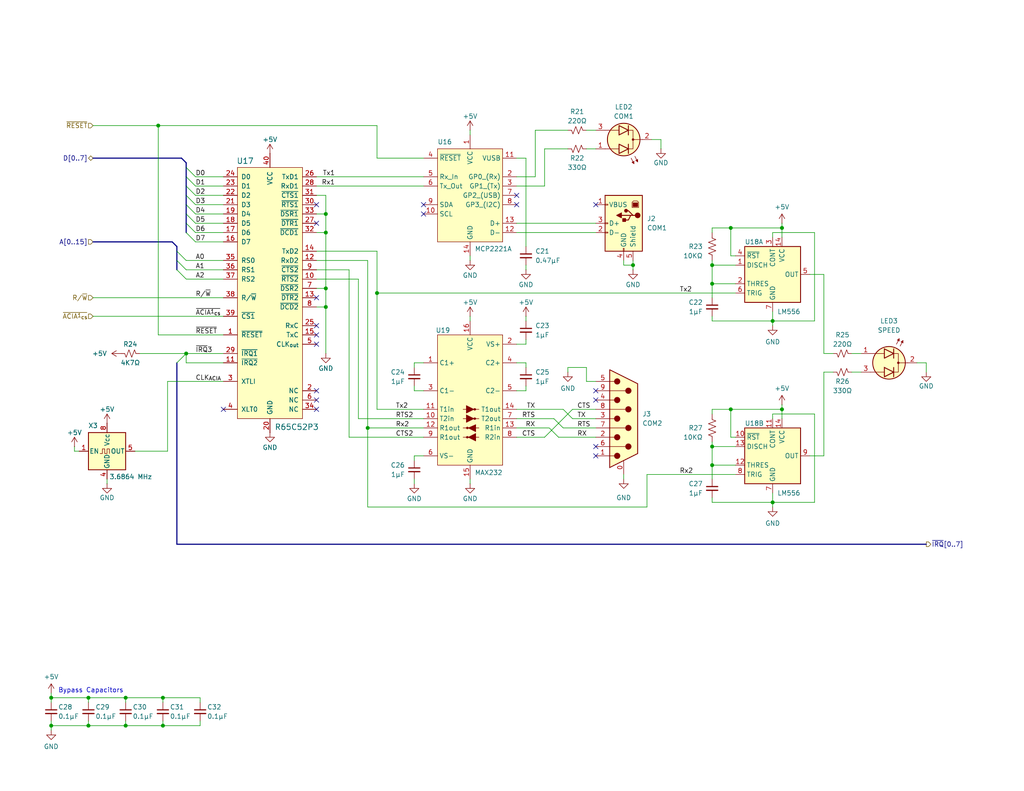
<source format=kicad_sch>
(kicad_sch (version 20250114) (generator "eeschema") (generator_version "9.0")
  (paper "USLetter")
  (title_block (date "2026-02-28") (rev "2.1") (company "MicroHobbyist") (comment 1 "Frédéric Segard"))
  (lib_symbols
    (symbol "Connector:DE9_Pins_MountingHoles" (pin_names (offset 1.016) (hide yes))
      (property "Reference" "J" (at 0 16.51 0))
      (property "Value" "DE9_Pins_MountingHoles" (at 0 14.605 0))
      (symbol "DE9_Pins_MountingHoles_0_1"
        (polyline (pts (xy -3.81 10.16) (xy -2.54 10.16)))
        (polyline (pts (xy -3.81 7.62) (xy 0.508 7.62)))
        (polyline (pts (xy -3.81 5.08) (xy -2.54 5.08)))
        (polyline (pts (xy -3.81 2.54) (xy 0.508 2.54)))
        (polyline (pts (xy -3.81 0) (xy -2.54 0)))
        (polyline (pts (xy -3.81 -2.54) (xy 0.508 -2.54)))
        (polyline (pts (xy -3.81 -5.08) (xy -2.54 -5.08)))
        (polyline (pts (xy -3.81 -7.62) (xy 0.508 -7.62)))
        (polyline (pts (xy -3.81 -10.16) (xy -2.54 -10.16)))
        (polyline (pts (xy -3.81 -13.335) (xy -3.81 13.335) (xy 3.81 9.525) (xy 3.81 -9.525) (xy -3.81 -13.335)) (stroke (width 0.254)) (fill (type background)))
        (circle (center -1.778 10.16) (radius 0.762) (fill (type outline)))
        (circle (center -1.778 5.08) (radius 0.762) (fill (type outline)))
        (circle (center -1.778 0) (radius 0.762) (fill (type outline)))
        (circle (center -1.778 -5.08) (radius 0.762) (fill (type outline)))
        (circle (center -1.778 -10.16) (radius 0.762) (fill (type outline)))
        (circle (center 1.27 7.62) (radius 0.762) (fill (type outline)))
        (circle (center 1.27 2.54) (radius 0.762) (fill (type outline)))
        (circle (center 1.27 -2.54) (radius 0.762) (fill (type outline)))
        (circle (center 1.27 -7.62) (radius 0.762) (fill (type outline)))
      )
      (symbol "DE9_Pins_MountingHoles_1_1"
        (pin passive line (at -7.62 10.16 0) (length 3.81) (name "5") (number "5"))
        (pin passive line (at -7.62 7.62 0) (length 3.81) (name "9") (number "9"))
        (pin passive line (at -7.62 5.08 0) (length 3.81) (name "4") (number "4"))
        (pin passive line (at -7.62 2.54 0) (length 3.81) (name "8") (number "8"))
        (pin passive line (at -7.62 0 0) (length 3.81) (name "3") (number "3"))
        (pin passive line (at -7.62 -2.54 0) (length 3.81) (name "7") (number "7"))
        (pin passive line (at -7.62 -5.08 0) (length 3.81) (name "2") (number "2"))
        (pin passive line (at -7.62 -7.62 0) (length 3.81) (name "6") (number "6"))
        (pin passive line (at -7.62 -10.16 0) (length 3.81) (name "1") (number "1"))
        (pin passive line (at 0 -15.24 90) (length 3.81) (name "PAD") (number "0"))
      )
    )
    (symbol "Connector:USB_B" (pin_names (offset 1.016))
      (property "Reference" "J" (at -5.08 11.43 0))
      (property "Value" "USB_B" (at -5.08 8.89 0))
      (symbol "USB_B_0_1"
        (rectangle (start -5.08 -7.62) (end 5.08 7.62) (stroke (width 0.254)) (fill (type background)))
        (polyline (pts (xy -4.064 4.318) (xy -2.286 4.318) (xy -2.286 5.715) (xy -2.667 6.096) (xy -3.683 6.096) (xy -4.064 5.715) (xy -4.064 4.318)))
        (rectangle (start -3.81 5.588) (end -2.54 4.572) (fill (type outline)))
        (circle (center -3.81 2.159) (radius 0.635) (stroke (width 0.254)) (fill (type outline)))
        (polyline (pts (xy -3.175 2.159) (xy -2.54 2.159) (xy -1.27 3.429) (xy -0.635 3.429)) (stroke (width 0.254)))
        (polyline (pts (xy -2.54 2.159) (xy -1.905 2.159) (xy -1.27 0.889) (xy 0 0.889)) (stroke (width 0.254)))
        (polyline (pts (xy -1.905 2.159) (xy 0.635 2.159)) (stroke (width 0.254)))
        (circle (center -0.635 3.429) (radius 0.381) (stroke (width 0.254)) (fill (type outline)))
        (rectangle (start -0.127 -7.62) (end 0.127 -6.858))
        (rectangle (start 0.254 1.27) (end -0.508 0.508) (stroke (width 0.254)) (fill (type outline)))
        (polyline (pts (xy 0.635 2.794) (xy 0.635 1.524) (xy 1.905 2.159) (xy 0.635 2.794)) (stroke (width 0.254)) (fill (type outline)))
        (rectangle (start 5.08 4.953) (end 4.318 5.207))
        (rectangle (start 5.08 -0.127) (end 4.318 0.127))
        (rectangle (start 5.08 -2.667) (end 4.318 -2.413))
      )
      (symbol "USB_B_1_1"
        (pin passive line (at -2.54 -10.16 90) (length 2.54) (name "Shield") (number "5"))
        (pin power_out line (at 0 -10.16 90) (length 2.54) (name "GND") (number "4"))
        (pin power_out line (at 7.62 5.08 180) (length 2.54) (name "VBUS") (number "1"))
        (pin bidirectional line (at 7.62 0 180) (length 2.54) (name "D+") (number "3"))
        (pin bidirectional line (at 7.62 -2.54 180) (length 2.54) (name "D-") (number "2"))
      )
    )
    (symbol "Device:C_Small" (pin_numbers (hide yes)) (pin_names (offset 0.254) (hide yes))
      (property "Reference" "C" (at 0.254 1.778 0))
      (property "Value" "C_Small" (at 0.254 -2.032 0))
      (symbol "C_Small_0_1"
        (polyline (pts (xy -1.524 0.508) (xy 1.524 0.508)) (stroke (width 0.3048)))
        (polyline (pts (xy -1.524 -0.508) (xy 1.524 -0.508)) (stroke (width 0.3302)))
      )
      (symbol "C_Small_1_1"
        (pin passive line (at 0 2.54 270) (length 2.032) (name "~") (number "1"))
        (pin passive line (at 0 -2.54 90) (length 2.032) (name "~") (number "2"))
      )
    )
    (symbol "Device:R_Small_US" (pin_numbers (hide yes)) (pin_names (offset 0.254) (hide yes))
      (property "Reference" "R" (at 0.762 0.508 0))
      (property "Value" "R_Small_US" (at 0.762 -1.016 0))
      (symbol "R_Small_US_1_1"
        (polyline (pts (xy 0 1.524) (xy 1.016 1.143) (xy 0 0.762) (xy -1.016 0.381) (xy 0 0)))
        (polyline (pts (xy 0 0) (xy 1.016 -0.381) (xy 0 -0.762) (xy -1.016 -1.143) (xy 0 -1.524)))
        (pin passive line (at 0 2.54 270) (length 1.016) (name "~") (number "1"))
        (pin passive line (at 0 -2.54 90) (length 1.016) (name "~") (number "2"))
      )
    )
    (symbol "Device:R_US" (pin_numbers (hide yes)) (pin_names (offset 0))
      (property "Reference" "R" (at 2.54 0 90))
      (property "Value" "R_US" (at -2.54 0 90))
      (symbol "R_US_0_1"
        (polyline (pts (xy 0 2.286) (xy 0 2.54)))
        (polyline (pts (xy 0 2.286) (xy 1.016 1.905) (xy 0 1.524) (xy -1.016 1.143) (xy 0 0.762)))
        (polyline (pts (xy 0 0.762) (xy 1.016 0.381) (xy 0 0) (xy -1.016 -0.381) (xy 0 -0.762)))
        (polyline (pts (xy 0 -0.762) (xy 1.016 -1.143) (xy 0 -1.524) (xy -1.016 -1.905) (xy 0 -2.286)))
        (polyline (pts (xy 0 -2.286) (xy 0 -2.54)))
      )
      (symbol "R_US_1_1"
        (pin passive line (at 0 3.81 270) (length 1.27) (name "~") (number "1"))
        (pin passive line (at 0 -3.81 90) (length 1.27) (name "~") (number "2"))
      )
    )
    (symbol "LM556_2"
      (property "Reference" "U" (at -10.16 8.89 0))
      (property "Value" "LM556" (at -10.16 -8.89 0))
      (symbol "LM556_2_0_0"
        (pin power_in line (at 0 -10.16 90) (length 2.54) (name "GND") (number "7"))
        (pin power_in line (at 2.54 10.16 270) (length 2.54) (name "VCC") (number "14"))
      )
      (symbol "LM556_2_0_1"
        (rectangle (start -7.62 7.62) (end 7.62 -7.62) (stroke (width 0.254)) (fill (type background)))
      )
      (symbol "LM556_2_1_1"
        (pin input line (at -10.16 5.08 0) (length 2.54) (name "~{RST}") (number "4"))
        (pin input line (at -10.16 2.54 0) (length 2.54) (name "DISCH") (number "1"))
        (pin input line (at -10.16 -2.54 0) (length 2.54) (name "THRES") (number "2"))
        (pin input line (at -10.16 -5.08 0) (length 2.54) (name "TRIG") (number "6"))
        (pin input line (at 0 10.16 270) (length 2.54) (name "CONT") (number "3"))
        (pin output line (at 10.16 0 180) (length 2.54) (name "OUT") (number "5"))
      )
      (symbol "LM556_2_2_1"
        (pin input line (at -10.16 5.08 0) (length 2.54) (name "~{RST}") (number "10"))
        (pin input line (at -10.16 2.54 0) (length 2.54) (name "DISCH") (number "13"))
        (pin input line (at -10.16 -2.54 0) (length 2.54) (name "THRES") (number "12"))
        (pin input line (at -10.16 -5.08 0) (length 2.54) (name "TRIG") (number "8"))
        (pin input line (at 0 10.16 270) (length 2.54) (name "CONT") (number "11"))
        (pin output line (at 10.16 0 180) (length 2.54) (name "OUT") (number "9"))
      )
    )
    (symbol "MicroHobbyist:MAX232"
      (property "Reference" "U" (at -9.398 0 0))
      (property "Value" "MAX232" (at 1.27 -38.862 0))
      (symbol "MAX232_0_1"
        (rectangle (start -8.89 -1.27) (end 8.89 -36.83) (stroke (width 0.1524)) (fill (type background)))
        (polyline (pts (xy -1.016 -20.574) (xy -1.016 -22.606) (xy 1.016 -21.59) (xy -1.016 -20.574)) (stroke (width 0.1524)) (fill (type outline)))
        (polyline (pts (xy -1.016 -21.59) (xy -1.905 -21.59)) (stroke (width 0.1524)))
        (polyline (pts (xy -1.016 -23.114) (xy 1.016 -24.13) (xy -1.016 -25.146) (xy -1.016 -23.114)) (stroke (width 0.1524)) (fill (type outline)))
        (polyline (pts (xy -1.016 -24.13) (xy -1.905 -24.13)) (stroke (width 0.1524)))
        (circle (center -0.762 -26.67) (radius 0.254) (stroke (width 0.1524)) (fill (type outline)))
        (circle (center -0.762 -29.21) (radius 0.254) (stroke (width 0.1524)) (fill (type outline)))
        (polyline (pts (xy -0.508 -26.67) (xy -1.905 -26.67)) (stroke (width 0.1524)))
        (polyline (pts (xy -0.508 -29.21) (xy -1.905 -29.21)) (stroke (width 0.1524)))
        (polyline (pts (xy 1.016 -21.59) (xy 2.413 -21.59)) (stroke (width 0.1524)))
        (polyline (pts (xy 1.016 -24.13) (xy 2.413 -24.13)) (stroke (width 0.1524)))
        (circle (center 1.27 -21.59) (radius 0.254) (stroke (width 0.1524)) (fill (type outline)))
        (circle (center 1.27 -24.13) (radius 0.254) (stroke (width 0.1524)) (fill (type outline)))
        (polyline (pts (xy 1.524 -25.781) (xy 1.524 -27.686) (xy -0.508 -26.67) (xy 1.524 -25.781)) (stroke (width 0.1524)) (fill (type outline)))
        (polyline (pts (xy 1.524 -26.67) (xy 2.413 -26.67)) (stroke (width 0.1524)))
        (polyline (pts (xy 1.524 -28.194) (xy 1.524 -30.226) (xy -0.508 -29.21) (xy 1.524 -28.194)) (stroke (width 0.1524)) (fill (type outline)))
        (polyline (pts (xy 1.524 -29.21) (xy 2.413 -29.21)) (stroke (width 0.1524)))
      )
      (symbol "MAX232_1_1"
        (pin passive line (at -12.7 -8.89 0) (length 3.81) (name "C1+") (number "1"))
        (pin passive line (at -12.7 -16.51 0) (length 3.81) (name "C1-") (number "3"))
        (pin input line (at -12.7 -21.59 0) (length 3.81) (name "T1in") (number "11"))
        (pin input line (at -12.7 -24.13 0) (length 3.81) (name "T2in") (number "10"))
        (pin output line (at -12.7 -26.67 0) (length 3.81) (name "R1out") (number "12"))
        (pin output line (at -12.7 -29.21 0) (length 3.81) (name "R1out") (number "9"))
        (pin power_out line (at -12.7 -34.29 0) (length 3.81) (name "VS-") (number "6"))
        (pin power_in line (at 0 2.54 270) (length 3.81) (name "VCC") (number "16"))
        (pin power_in line (at 0 -40.64 90) (length 3.81) (name "GND") (number "15"))
        (pin power_out line (at 12.7 -3.81 180) (length 3.81) (name "VS+") (number "2"))
        (pin passive line (at 12.7 -8.89 180) (length 3.81) (name "C2+") (number "4"))
        (pin passive line (at 12.7 -16.51 180) (length 3.81) (name "C2-") (number "5"))
        (pin output line (at 12.7 -21.59 180) (length 3.81) (name "T1out") (number "14"))
        (pin output line (at 12.7 -24.13 180) (length 3.81) (name "T2out") (number "7"))
        (pin input line (at 12.7 -26.67 180) (length 3.81) (name "R1in") (number "13"))
        (pin input line (at 12.7 -29.21 180) (length 3.81) (name "R2in") (number "8"))
      )
    )
    (symbol "MicroHobbyist:MCP2221A"
      (property "Reference" "U" (at -8.89 1.524 0))
      (property "Value" "MCP2221A" (at 1.27 -27.686 0))
      (symbol "MCP2221A_0_1"
        (rectangle (start -8.89 0) (end 8.89 -25.4) (stroke (width 0.1524)) (fill (type background)))
      )
      (symbol "MCP2221A_1_1"
        (pin input line (at -12.7 -2.54 0) (length 3.81) (name "~{RESET}") (number "4"))
        (pin input line (at -12.7 -7.62 0) (length 3.81) (name "Rx_In") (number "5"))
        (pin output line (at -12.7 -10.16 0) (length 3.81) (name "Tx_Out") (number "6"))
        (pin bidirectional line (at -12.7 -15.24 0) (length 3.81) (name "SDA") (number "9"))
        (pin bidirectional line (at -12.7 -17.78 0) (length 3.81) (name "SCL") (number "10"))
        (pin power_in line (at 0 3.81 270) (length 3.81) (name "VCC") (number "1"))
        (pin power_in line (at 0 -29.21 90) (length 3.81) (name "GND") (number "14"))
        (pin power_out line (at 12.7 -2.54 180) (length 3.81) (name "VUSB") (number "11"))
        (pin bidirectional line (at 12.7 -7.62 180) (length 3.81) (name "GP0_(Rx)") (number "2"))
        (pin bidirectional line (at 12.7 -10.16 180) (length 3.81) (name "GP1_(Tx)") (number "3"))
        (pin bidirectional line (at 12.7 -12.7 180) (length 3.81) (name "GP2_(USB)") (number "7"))
        (pin bidirectional line (at 12.7 -15.24 180) (length 3.81) (name "GP3_(I2C)") (number "8"))
        (pin bidirectional line (at 12.7 -20.32 180) (length 3.81) (name "D+") (number "13"))
        (pin bidirectional line (at 12.7 -22.86 180) (length 3.81) (name "D-") (number "12"))
      )
    )
    (symbol "MicroHobbyist:R65C52" (pin_names (offset 1.016))
      (property "Reference" "U" (at -9.144 19.558 0))
      (property "Value" "R65C52P" (at 1.27 -53.086 0))
      (symbol "R65C52_0_1"
        (rectangle (start -8.89 17.78) (end 8.89 -50.8) (fill (type background)))
      )
      (symbol "R65C52_1_0"
        (pin input line (at -12.7 -12.7 0) (length 3.81) (name "RS2") (number "37"))
        (pin open_emitter line (at -12.7 -35.56 0) (length 3.81) (name "~{IRQ2}") (number "11"))
        (pin output line (at 12.7 -5.08 180) (length 3.81) (name "TxD2") (number "14"))
        (pin input line (at 12.7 -7.62 180) (length 3.81) (name "RxD2") (number "12"))
        (pin input line (at 12.7 -10.16 180) (length 3.81) (name "~{CTS2}") (number "9"))
        (pin output line (at 12.7 -12.7 180) (length 3.81) (name "~{RTS2}") (number "10"))
        (pin input line (at 12.7 -15.24 180) (length 3.81) (name "~{DSR2}") (number "7"))
        (pin output line (at 12.7 -17.78 180) (length 3.81) (name "~{DTR2}") (number "13"))
        (pin input line (at 12.7 -20.32 180) (length 3.81) (name "~{DCD2}") (number "8"))
        (pin output line (at 12.7 -27.94 180) (length 3.81) (name "TxC") (number "15"))
        (pin passive line (at 12.7 -30.48 180) (length 3.81) (name "CLK_{out}") (number "5"))
        (pin passive line (at 12.7 -43.18 180) (length 3.81) (name "NC") (number "2"))
        (pin passive line (at 12.7 -45.72 180) (length 3.81) (name "NC") (number "6"))
        (pin passive line (at 12.7 -48.26 180) (length 3.81) (name "NC") (number "34"))
      )
      (symbol "R65C52_1_1"
        (pin bidirectional line (at -12.7 15.24 0) (length 3.81) (name "D0") (number "24"))
        (pin bidirectional line (at -12.7 12.7 0) (length 3.81) (name "D1") (number "23"))
        (pin bidirectional line (at -12.7 10.16 0) (length 3.81) (name "D2") (number "22"))
        (pin bidirectional line (at -12.7 7.62 0) (length 3.81) (name "D3") (number "21"))
        (pin bidirectional line (at -12.7 5.08 0) (length 3.81) (name "D4") (number "19"))
        (pin bidirectional line (at -12.7 2.54 0) (length 3.81) (name "D5") (number "18"))
        (pin bidirectional line (at -12.7 0 0) (length 3.81) (name "D6") (number "17"))
        (pin bidirectional line (at -12.7 -2.54 0) (length 3.81) (name "D7") (number "16"))
        (pin input line (at -12.7 -7.62 0) (length 3.81) (name "RS0") (number "35"))
        (pin input line (at -12.7 -10.16 0) (length 3.81) (name "RS1") (number "36"))
        (pin input line (at -12.7 -17.78 0) (length 3.81) (name "R/~{W}") (number "38"))
        (pin input line (at -12.7 -22.86 0) (length 3.81) (name "~{CS1}") (number "39"))
        (pin input line (at -12.7 -27.94 0) (length 3.81) (name "~{RESET}") (number "1"))
        (pin open_emitter line (at -12.7 -33.02 0) (length 3.81) (name "~{IRQ1}") (number "29"))
        (pin input line (at -12.7 -40.64 0) (length 3.81) (name "XTLI") (number "3"))
        (pin input line (at -12.7 -48.26 0) (length 3.81) (name "XLT0") (number "4"))
        (pin power_in line (at 0 21.59 270) (length 3.81) (name "VCC") (number "40"))
        (pin power_in line (at 0 -54.61 90) (length 3.81) (name "GND") (number "20"))
        (pin output line (at 12.7 15.24 180) (length 3.81) (name "TxD1") (number "26"))
        (pin input line (at 12.7 12.7 180) (length 3.81) (name "RxD1") (number "28"))
        (pin input line (at 12.7 10.16 180) (length 3.81) (name "~{CTS1}") (number "31"))
        (pin output line (at 12.7 7.62 180) (length 3.81) (name "~{RTS1}") (number "30"))
        (pin input line (at 12.7 5.08 180) (length 3.81) (name "~{DSR1}") (number "33"))
        (pin output line (at 12.7 2.54 180) (length 3.81) (name "~{DTR1}") (number "27"))
        (pin input line (at 12.7 0 180) (length 3.81) (name "~{DCD1}") (number "32"))
        (pin bidirectional line (at 12.7 -25.4 180) (length 3.81) (name "RxC") (number "25"))
      )
    )
    (symbol "Oscillator:CXO_DIP8" (pin_names (offset 0.254))
      (property "Reference" "Y" (at -5.08 6.35 0))
      (property "Value" "CXO_DIP8" (at 1.27 -6.35 0))
      (symbol "CXO_DIP8_0_1"
        (rectangle (start -5.08 5.08) (end 5.08 -5.08) (stroke (width 0.254)) (fill (type background)))
        (polyline (pts (xy -1.905 -0.635) (xy -1.27 -0.635) (xy -1.27 0.635) (xy -0.635 0.635) (xy -0.635 -0.635) (xy 0 -0.635) (xy 0 0.635) (xy 0.635 0.635) (xy 0.635 -0.635)))
      )
      (symbol "CXO_DIP8_1_1"
        (pin input line (at -7.62 0 0) (length 2.54) (name "EN") (number "1"))
        (pin power_in line (at 0 7.62 270) (length 2.54) (name "Vcc") (number "8"))
        (pin power_in line (at 0 -7.62 90) (length 2.54) (name "GND") (number "4"))
        (pin output line (at 7.62 0 180) (length 2.54) (name "OUT") (number "5"))
      )
    )
    (symbol "PCM_LED_AKL:LED_2x5mm_Kcom_Green_Red" (pin_names (offset 1.016) (hide yes))
      (property "Reference" "LED" (at 1.27 11.43 0))
      (property "Value" "LED_2x5mm_Kcom_Green_Red" (at 1.27 8.89 0))
      (symbol "LED_2x5mm_Kcom_Green_Red_0_1"
        (polyline (pts (xy -1.397 2.54) (xy -5.08 2.54)) (stroke (width 0.1524)))
        (polyline (pts (xy -1.397 -2.54) (xy -5.08 -2.54)) (stroke (width 0.1524)))
        (polyline (pts (xy -1.27 3.81) (xy -1.27 1.27) (xy 1.27 2.54) (xy -1.27 3.81)) (stroke (width 0.254)) (fill (type color) (color 30 200 30 1)))
        (polyline (pts (xy -1.27 -1.27) (xy -1.27 -3.81) (xy 1.27 -2.54) (xy -1.27 -1.27)) (stroke (width 0.254)) (fill (type color) (color 240 30 30 1)))
        (circle (center 0 0) (radius 4.445) (stroke (width 0.254)) (fill (type background)))
        (polyline (pts (xy 1.27 3.81) (xy 1.27 1.27)) (stroke (width 0.254)))
        (polyline (pts (xy 1.27 2.54) (xy 2.54 2.54) (xy 2.54 -2.54) (xy 1.27 -2.54)) (stroke (width 0.1524)))
        (polyline (pts (xy 1.27 -1.27) (xy 1.27 -3.81)) (stroke (width 0.254)))
        (polyline (pts (xy 2.032 5.08) (xy 2.794 6.604)) (stroke (width 0.1524)))
        (polyline (pts (xy 2.54 6.096) (xy 2.286 6.223)) (stroke (width 0.1524)))
        (polyline (pts (xy 2.54 6.096) (xy 2.794 5.969)) (stroke (width 0.1524)))
        (circle (center 2.54 0) (radius 0.254) (fill (type outline)))
        (polyline (pts (xy 2.794 5.969) (xy 2.286 6.223) (xy 2.794 6.604) (xy 2.794 5.969)) (stroke (width 0.1524)) (fill (type outline)))
        (polyline (pts (xy 3.048 4.572) (xy 3.81 6.096)) (stroke (width 0.1524)))
        (polyline (pts (xy 3.556 5.588) (xy 3.302 5.715)) (stroke (width 0.1524)))
        (polyline (pts (xy 3.556 5.588) (xy 3.81 5.461)) (stroke (width 0.1524)))
        (polyline (pts (xy 3.81 5.461) (xy 3.302 5.715) (xy 3.81 6.096) (xy 3.81 5.461)) (stroke (width 0.1524)) (fill (type outline)))
        (polyline (pts (xy 5.08 0) (xy 2.54 0)) (stroke (width 0.1524)))
      )
      (symbol "LED_2x5mm_Kcom_Green_Red_0_2"
        (polyline (pts (xy -2.54 2.54) (xy -2.54 -2.54)) (stroke (width 0.254)))
        (polyline (pts (xy -1.27 -1.27) (xy 1.27 -1.27)) (stroke (width 0.254)))
        (polyline (pts (xy 0 5.08) (xy 0 3.81)))
        (polyline (pts (xy 0 5.08) (xy 1.016 4.826) (xy 1.778 4.318) (xy 2.286 3.556) (xy 2.54 3.048) (xy 2.54 -2.794) (xy 2.286 -3.556) (xy 1.778 -4.318) (xy 1.016 -4.826) (xy 0.254 -5.08) (xy -0.254 -5.08) (xy -1.016 -4.826) (xy -1.524 -4.572) (xy -2.032 -4.064) (xy -2.286 -3.556) (xy -2.54 -2.794) (xy -2.54 2.794) (xy -2.286 3.556) (xy -2.032 4.064) (xy -1.524 4.572) (xy -1.016 4.826) (xy 0 5.08)) (stroke (width 0.01)) (fill (type background)))
        (arc (start -2.54 2.54) (mid 0 5.0576) (end 2.54 2.54) (stroke (width 0.254)))
        (circle (center 0 0) (radius 0.254) (fill (type outline)))
        (polyline (pts (xy 0 -1.27) (xy 0 1.27)))
        (arc (start 2.54 -2.54) (mid 0 -5.0576) (end -2.54 -2.54) (stroke (width 0.254)))
        (polyline (pts (xy 0 -5.08) (xy 0 -3.81)))
        (polyline (pts (xy 1.27 1.27) (xy -1.27 1.27)) (stroke (width 0.254)))
        (polyline (pts (xy 1.905 5.588) (xy 2.667 7.112)) (stroke (width 0.1524)))
        (polyline (pts (xy 2.413 6.604) (xy 2.159 6.731)) (stroke (width 0.1524)))
        (polyline (pts (xy 2.413 6.604) (xy 2.667 6.477)) (stroke (width 0.1524)))
        (polyline (pts (xy 2.54 0) (xy 0 0)))
        (polyline (pts (xy 2.54 -2.54) (xy 2.54 2.54)) (stroke (width 0.254)))
        (polyline (pts (xy 2.667 6.477) (xy 2.159 6.731) (xy 2.667 7.112) (xy 2.667 6.477)) (stroke (width 0.1524)) (fill (type outline)))
        (polyline (pts (xy 2.921 5.08) (xy 3.683 6.604)) (stroke (width 0.1524)))
        (polyline (pts (xy 3.429 6.096) (xy 3.175 6.223)) (stroke (width 0.1524)))
        (polyline (pts (xy 3.429 6.096) (xy 3.683 5.969)) (stroke (width 0.1524)))
        (polyline (pts (xy 3.683 5.969) (xy 3.175 6.223) (xy 3.683 6.604) (xy 3.683 5.969)) (stroke (width 0.1524)) (fill (type outline)))
      )
      (symbol "LED_2x5mm_Kcom_Green_Red_1_1"
        (pin passive line (at -7.62 2.54 0) (length 2.54) (name "A1") (number "1"))
        (pin passive line (at -7.62 -2.54 0) (length 2.54) (name "A2") (number "3"))
        (pin passive line (at 7.62 0 180) (length 2.54) (name "K") (number "2"))
      )
      (symbol "LED_2x5mm_Kcom_Green_Red_1_2"
        (polyline (pts (xy -1.27 -3.81) (xy 1.27 -3.81) (xy 0 -1.27) (xy -1.27 -3.81)) (stroke (width 0.254)) (fill (type color) (color 240 30 30 1)))
        (polyline (pts (xy 1.27 3.81) (xy -1.27 3.81) (xy 0 1.27) (xy 1.27 3.81)) (stroke (width 0.254)) (fill (type color) (color 30 200 30 1)))
        (pin passive line (at 0 7.62 270) (length 2.54) (name "A1") (number "1"))
        (pin passive line (at 0 -7.62 90) (length 2.54) (name "A2") (number "3"))
        (pin passive line (at 5.08 0 180) (length 2.54) (name "K") (number "2"))
      )
    )
    (symbol "power:+5V" (power) (pin_numbers (hide yes)) (pin_names (offset 0) (hide yes))
      (property "Value" "+5V" (at 0 3.556 0))
      (symbol "+5V_0_1"
        (polyline (pts (xy -0.762 1.27) (xy 0 2.54)))
        (polyline (pts (xy 0 2.54) (xy 0.762 1.27)))
        (polyline (pts (xy 0 0) (xy 0 2.54)))
      )
      (symbol "+5V_1_1"
        (pin power_in line (at 0 0 90) (length 0) (name "~") (number "1"))
      )
    )
    (symbol "power:GND" (power) (pin_numbers (hide yes)) (pin_names (offset 0) (hide yes))
      (property "Value" "GND" (at 0 -3.81 0))
      (symbol "GND_0_1"
        (polyline (pts (xy 0 0) (xy 0 -1.27) (xy 1.27 -1.27) (xy 0 -2.54) (xy -1.27 -1.27) (xy 0 -1.27)))
      )
      (symbol "GND_1_1"
        (pin power_in line (at 0 0 270) (length 0) (name "~") (number "1"))
      )
    )
  )
  (text "Bypass Capacitors" (at 15.875 188.595 0) (effects (font (size 1.27 1.27)) (justify left)))
  (junction (at 210.82 137.16))
  (junction (at 24.13 190.5))
  (junction (at 44.45 190.5))
  (junction (at 24.13 198.12))
  (junction (at 13.97 190.5))
  (junction (at 50.8 96.52))
  (junction (at 213.36 62.23))
  (junction (at 213.36 111.76))
  (junction (at 13.97 198.12))
  (junction (at 172.72 72.39))
  (junction (at 102.87 80.01))
  (junction (at 199.39 111.76))
  (junction (at 210.82 87.63))
  (junction (at 88.9 63.5))
  (junction (at 34.29 198.12))
  (junction (at 199.39 62.23))
  (junction (at 44.45 198.12))
  (junction (at 34.29 190.5))
  (junction (at 88.9 78.74))
  (junction (at 194.31 72.39))
  (junction (at 43.18 34.29))
  (junction (at 88.9 58.42))
  (junction (at 194.31 127))
  (junction (at 100.33 116.84))
  (junction (at 88.9 83.82))
  (junction (at 194.31 77.47))
  (junction (at 194.31 121.92))
  (no_connect (at 86.36 111.76))
  (no_connect (at 140.97 53.34))
  (no_connect (at 162.56 124.46))
  (no_connect (at 86.36 55.88))
  (no_connect (at 162.56 121.92))
  (no_connect (at 86.36 88.9))
  (no_connect (at 162.56 106.68))
  (no_connect (at 115.57 55.88))
  (no_connect (at 86.36 91.44))
  (no_connect (at 60.96 111.76))
  (no_connect (at 86.36 109.22))
  (no_connect (at 86.36 81.28))
  (no_connect (at 86.36 60.96))
  (no_connect (at 162.56 55.88))
  (no_connect (at 162.56 109.22))
  (no_connect (at 140.97 55.88))
  (no_connect (at 86.36 106.68))
  (no_connect (at 115.57 58.42))
  (no_connect (at 86.36 93.98))
  (bus_entry (at 48.26 99.06) (size 2.54 -2.54))
  (bus_entry (at 50.8 50.8) (size 2.54 2.54))
  (bus_entry (at 48.26 68.58) (size 2.54 2.54))
  (bus_entry (at 50.8 48.26) (size 2.54 2.54))
  (bus_entry (at 53.34 48.26) (size -2.54 -2.54))
  (bus_entry (at 50.8 55.88) (size 2.54 2.54))
  (bus_entry (at 50.8 63.5) (size 2.54 2.54))
  (bus_entry (at 50.8 53.34) (size 2.54 2.54))
  (bus_entry (at 48.26 73.66) (size 2.54 2.54))
  (bus_entry (at 50.8 60.96) (size 2.54 2.54))
  (bus_entry (at 48.26 71.12) (size 2.54 2.54))
  (bus_entry (at 50.8 58.42) (size 2.54 2.54))
  (wire (pts (xy 102.87 80.01) (xy 102.87 111.76)))
  (wire (pts (xy 50.8 96.52) (xy 50.8 99.06)))
  (wire (pts (xy 222.25 137.16) (xy 210.82 137.16)))
  (wire (pts (xy 199.39 119.38) (xy 199.39 111.76)))
  (bus (pts (xy 50.8 44.45) (xy 49.53 43.18)))
  (wire (pts (xy 29.21 132.08) (xy 29.21 130.81)))
  (wire (pts (xy 210.82 137.16) (xy 210.82 134.62)))
  (wire (pts (xy 86.36 76.2) (xy 97.79 76.2)))
  (wire (pts (xy 113.03 124.46) (xy 115.57 124.46)))
  (wire (pts (xy 222.25 113.03) (xy 222.25 137.16)))
  (wire (pts (xy 213.36 110.49) (xy 213.36 111.76)))
  (wire (pts (xy 86.36 53.34) (xy 88.9 53.34)))
  (wire (pts (xy 140.97 111.76) (xy 153.67 111.76)))
  (wire (pts (xy 128.27 71.12) (xy 128.27 69.85)))
  (wire (pts (xy 140.97 48.26) (xy 146.05 48.26)))
  (wire (pts (xy 160.02 35.56) (xy 162.56 35.56)))
  (wire (pts (xy 194.31 113.03) (xy 194.31 111.76)))
  (wire (pts (xy 194.31 111.76) (xy 199.39 111.76)))
  (wire (pts (xy 36.83 123.19) (xy 45.72 123.19)))
  (wire (pts (xy 88.9 78.74) (xy 88.9 83.82)))
  (wire (pts (xy 152.4 119.38) (xy 162.56 119.38)))
  (wire (pts (xy 53.34 50.8) (xy 60.96 50.8)))
  (wire (pts (xy 50.8 71.12) (xy 60.96 71.12)))
  (wire (pts (xy 53.34 48.26) (xy 60.96 48.26)))
  (wire (pts (xy 86.36 50.8) (xy 115.57 50.8)))
  (wire (pts (xy 210.82 137.16) (xy 210.82 138.43)))
  (wire (pts (xy 194.31 120.65) (xy 194.31 121.92)))
  (wire (pts (xy 113.03 105.41) (xy 113.03 106.68)))
  (wire (pts (xy 140.97 106.68) (xy 143.51 106.68)))
  (bus (pts (xy 50.8 45.72) (xy 50.8 48.26)))
  (bus (pts (xy 25.4 43.18) (xy 49.53 43.18)))
  (wire (pts (xy 143.51 92.71) (xy 143.51 93.98)))
  (wire (pts (xy 146.05 35.56) (xy 154.94 35.56)))
  (wire (pts (xy 25.4 34.29) (xy 43.18 34.29)))
  (wire (pts (xy 176.53 129.54) (xy 200.66 129.54)))
  (wire (pts (xy 194.31 127) (xy 194.31 121.92)))
  (bus (pts (xy 50.8 45.72) (xy 50.8 44.45)))
  (wire (pts (xy 194.31 127) (xy 200.66 127)))
  (wire (pts (xy 50.8 76.2) (xy 60.96 76.2)))
  (wire (pts (xy 100.33 116.84) (xy 100.33 138.43)))
  (wire (pts (xy 54.61 196.85) (xy 54.61 198.12)))
  (wire (pts (xy 224.79 101.6) (xy 224.79 124.46)))
  (wire (pts (xy 220.98 124.46) (xy 224.79 124.46)))
  (wire (pts (xy 44.45 190.5) (xy 44.45 191.77)))
  (wire (pts (xy 199.39 62.23) (xy 213.36 62.23)))
  (wire (pts (xy 43.18 91.44) (xy 60.96 91.44)))
  (wire (pts (xy 194.31 77.47) (xy 194.31 72.39)))
  (wire (pts (xy 194.31 72.39) (xy 200.66 72.39)))
  (wire (pts (xy 160.02 100.33) (xy 160.02 104.14)))
  (bus (pts (xy 25.4 66.04) (xy 46.99 66.04)))
  (wire (pts (xy 210.82 87.63) (xy 210.82 85.09)))
  (wire (pts (xy 222.25 63.5) (xy 222.25 87.63)))
  (bus (pts (xy 50.8 50.8) (xy 50.8 53.34)))
  (wire (pts (xy 210.82 87.63) (xy 210.82 88.9)))
  (wire (pts (xy 154.94 101.6) (xy 154.94 100.33)))
  (wire (pts (xy 199.39 111.76) (xy 213.36 111.76)))
  (wire (pts (xy 140.97 60.96) (xy 162.56 60.96)))
  (wire (pts (xy 86.36 71.12) (xy 100.33 71.12)))
  (wire (pts (xy 153.67 111.76) (xy 156.21 114.3)))
  (wire (pts (xy 149.86 116.84) (xy 152.4 119.38)))
  (wire (pts (xy 143.51 43.18) (xy 143.51 67.31)))
  (wire (pts (xy 113.03 124.46) (xy 113.03 125.73)))
  (wire (pts (xy 25.4 81.28) (xy 60.96 81.28)))
  (wire (pts (xy 194.31 87.63) (xy 210.82 87.63)))
  (wire (pts (xy 102.87 43.18) (xy 115.57 43.18)))
  (wire (pts (xy 53.34 55.88) (xy 60.96 55.88)))
  (wire (pts (xy 140.97 93.98) (xy 143.51 93.98)))
  (wire (pts (xy 154.94 100.33) (xy 160.02 100.33)))
  (wire (pts (xy 140.97 119.38) (xy 148.59 119.38)))
  (wire (pts (xy 210.82 64.77) (xy 210.82 63.5)))
  (wire (pts (xy 140.97 63.5) (xy 162.56 63.5)))
  (wire (pts (xy 148.59 40.64) (xy 148.59 50.8)))
  (wire (pts (xy 213.36 60.96) (xy 213.36 62.23)))
  (wire (pts (xy 128.27 35.56) (xy 128.27 36.83)))
  (wire (pts (xy 140.97 50.8) (xy 148.59 50.8)))
  (wire (pts (xy 95.25 73.66) (xy 95.25 119.38)))
  (wire (pts (xy 143.51 86.36) (xy 143.51 87.63)))
  (wire (pts (xy 13.97 190.5) (xy 24.13 190.5)))
  (wire (pts (xy 156.21 111.76) (xy 162.56 111.76)))
  (wire (pts (xy 100.33 138.43) (xy 176.53 138.43)))
  (wire (pts (xy 128.27 86.36) (xy 128.27 87.63)))
  (wire (pts (xy 113.03 99.06) (xy 113.03 100.33)))
  (wire (pts (xy 153.67 116.84) (xy 162.56 116.84)))
  (wire (pts (xy 86.36 68.58) (xy 102.87 68.58)))
  (wire (pts (xy 143.51 72.39) (xy 143.51 73.66)))
  (wire (pts (xy 102.87 68.58) (xy 102.87 80.01)))
  (wire (pts (xy 34.29 198.12) (xy 44.45 198.12)))
  (wire (pts (xy 170.18 71.12) (xy 170.18 72.39)))
  (wire (pts (xy 200.66 119.38) (xy 199.39 119.38)))
  (wire (pts (xy 13.97 189.23) (xy 13.97 190.5)))
  (wire (pts (xy 200.66 69.85) (xy 199.39 69.85)))
  (wire (pts (xy 86.36 58.42) (xy 88.9 58.42)))
  (wire (pts (xy 97.79 76.2) (xy 97.79 114.3)))
  (wire (pts (xy 53.34 63.5) (xy 60.96 63.5)))
  (wire (pts (xy 20.32 123.19) (xy 21.59 123.19)))
  (wire (pts (xy 194.31 71.12) (xy 194.31 72.39)))
  (wire (pts (xy 88.9 83.82) (xy 88.9 96.52)))
  (wire (pts (xy 224.79 96.52) (xy 227.33 96.52)))
  (wire (pts (xy 177.8 38.1) (xy 180.34 38.1)))
  (wire (pts (xy 45.72 104.14) (xy 45.72 123.19)))
  (bus (pts (xy 50.8 55.88) (xy 50.8 58.42)))
  (wire (pts (xy 194.31 62.23) (xy 199.39 62.23)))
  (wire (pts (xy 113.03 99.06) (xy 115.57 99.06)))
  (wire (pts (xy 232.41 101.6) (xy 234.95 101.6)))
  (wire (pts (xy 86.36 83.82) (xy 88.9 83.82)))
  (wire (pts (xy 24.13 190.5) (xy 34.29 190.5)))
  (wire (pts (xy 25.4 86.36) (xy 60.96 86.36)))
  (wire (pts (xy 45.72 104.14) (xy 60.96 104.14)))
  (wire (pts (xy 224.79 74.93) (xy 224.79 96.52)))
  (wire (pts (xy 38.1 96.52) (xy 50.8 96.52)))
  (wire (pts (xy 232.41 96.52) (xy 234.95 96.52)))
  (wire (pts (xy 50.8 99.06) (xy 60.96 99.06)))
  (wire (pts (xy 172.72 71.12) (xy 172.72 72.39)))
  (wire (pts (xy 24.13 198.12) (xy 34.29 198.12)))
  (wire (pts (xy 34.29 196.85) (xy 34.29 198.12)))
  (wire (pts (xy 128.27 132.08) (xy 128.27 130.81)))
  (wire (pts (xy 199.39 69.85) (xy 199.39 62.23)))
  (bus (pts (xy 48.26 68.58) (xy 48.26 67.31)))
  (wire (pts (xy 102.87 111.76) (xy 115.57 111.76)))
  (wire (pts (xy 53.34 60.96) (xy 60.96 60.96)))
  (wire (pts (xy 210.82 63.5) (xy 222.25 63.5)))
  (bus (pts (xy 50.8 60.96) (xy 50.8 63.5)))
  (wire (pts (xy 88.9 58.42) (xy 88.9 63.5)))
  (wire (pts (xy 140.97 99.06) (xy 143.51 99.06)))
  (wire (pts (xy 194.31 77.47) (xy 200.66 77.47)))
  (wire (pts (xy 13.97 196.85) (xy 13.97 198.12)))
  (wire (pts (xy 44.45 190.5) (xy 54.61 190.5)))
  (wire (pts (xy 113.03 130.81) (xy 113.03 132.08)))
  (wire (pts (xy 20.32 121.92) (xy 20.32 123.19)))
  (wire (pts (xy 13.97 198.12) (xy 13.97 199.39)))
  (wire (pts (xy 151.13 114.3) (xy 153.67 116.84)))
  (wire (pts (xy 44.45 198.12) (xy 54.61 198.12)))
  (bus (pts (xy 48.26 67.31) (xy 46.99 66.04)))
  (wire (pts (xy 252.73 99.06) (xy 252.73 101.6)))
  (wire (pts (xy 194.31 121.92) (xy 200.66 121.92)))
  (wire (pts (xy 224.79 101.6) (xy 227.33 101.6)))
  (bus (pts (xy 48.26 68.58) (xy 48.26 71.12)))
  (wire (pts (xy 140.97 43.18) (xy 143.51 43.18)))
  (wire (pts (xy 113.03 106.68) (xy 115.57 106.68)))
  (bus (pts (xy 50.8 58.42) (xy 50.8 60.96)))
  (wire (pts (xy 194.31 81.28) (xy 194.31 77.47)))
  (wire (pts (xy 86.36 48.26) (xy 115.57 48.26)))
  (wire (pts (xy 54.61 190.5) (xy 54.61 191.77)))
  (bus (pts (xy 48.26 71.12) (xy 48.26 73.66)))
  (wire (pts (xy 24.13 190.5) (xy 24.13 191.77)))
  (wire (pts (xy 43.18 34.29) (xy 43.18 91.44)))
  (wire (pts (xy 210.82 113.03) (xy 222.25 113.03)))
  (wire (pts (xy 50.8 96.52) (xy 60.96 96.52)))
  (wire (pts (xy 53.34 66.04) (xy 60.96 66.04)))
  (bus (pts (xy 48.26 148.59) (xy 252.73 148.59)))
  (wire (pts (xy 95.25 119.38) (xy 115.57 119.38)))
  (wire (pts (xy 13.97 190.5) (xy 13.97 191.77)))
  (wire (pts (xy 24.13 196.85) (xy 24.13 198.12)))
  (wire (pts (xy 250.19 99.06) (xy 252.73 99.06)))
  (wire (pts (xy 53.34 58.42) (xy 60.96 58.42)))
  (wire (pts (xy 213.36 62.23) (xy 213.36 64.77)))
  (wire (pts (xy 213.36 111.76) (xy 213.36 114.3)))
  (wire (pts (xy 86.36 63.5) (xy 88.9 63.5)))
  (wire (pts (xy 148.59 40.64) (xy 154.94 40.64)))
  (wire (pts (xy 143.51 105.41) (xy 143.51 106.68)))
  (wire (pts (xy 102.87 80.01) (xy 200.66 80.01)))
  (wire (pts (xy 170.18 72.39) (xy 172.72 72.39)))
  (wire (pts (xy 88.9 53.34) (xy 88.9 58.42)))
  (wire (pts (xy 140.97 114.3) (xy 151.13 114.3)))
  (wire (pts (xy 156.21 114.3) (xy 162.56 114.3)))
  (wire (pts (xy 34.29 190.5) (xy 44.45 190.5)))
  (wire (pts (xy 146.05 35.56) (xy 146.05 48.26)))
  (wire (pts (xy 13.97 198.12) (xy 24.13 198.12)))
  (wire (pts (xy 97.79 114.3) (xy 115.57 114.3)))
  (wire (pts (xy 88.9 63.5) (xy 88.9 78.74)))
  (wire (pts (xy 43.18 34.29) (xy 102.87 34.29)))
  (wire (pts (xy 194.31 135.89) (xy 194.31 137.16)))
  (wire (pts (xy 100.33 71.12) (xy 100.33 116.84)))
  (wire (pts (xy 160.02 40.64) (xy 162.56 40.64)))
  (wire (pts (xy 140.97 116.84) (xy 149.86 116.84)))
  (bus (pts (xy 50.8 53.34) (xy 50.8 55.88)))
  (wire (pts (xy 194.31 137.16) (xy 210.82 137.16)))
  (wire (pts (xy 220.98 74.93) (xy 224.79 74.93)))
  (wire (pts (xy 44.45 196.85) (xy 44.45 198.12)))
  (wire (pts (xy 210.82 114.3) (xy 210.82 113.03)))
  (wire (pts (xy 50.8 73.66) (xy 60.96 73.66)))
  (wire (pts (xy 176.53 129.54) (xy 176.53 138.43)))
  (wire (pts (xy 194.31 130.81) (xy 194.31 127)))
  (wire (pts (xy 86.36 73.66) (xy 95.25 73.66)))
  (wire (pts (xy 170.18 129.54) (xy 170.18 130.81)))
  (bus (pts (xy 48.26 99.06) (xy 48.26 148.59)))
  (wire (pts (xy 143.51 99.06) (xy 143.51 100.33)))
  (wire (pts (xy 86.36 78.74) (xy 88.9 78.74)))
  (wire (pts (xy 100.33 116.84) (xy 115.57 116.84)))
  (wire (pts (xy 34.29 190.5) (xy 34.29 191.77)))
  (wire (pts (xy 194.31 63.5) (xy 194.31 62.23)))
  (wire (pts (xy 194.31 86.36) (xy 194.31 87.63)))
  (bus (pts (xy 50.8 48.26) (xy 50.8 50.8)))
  (wire (pts (xy 222.25 87.63) (xy 210.82 87.63)))
  (wire (pts (xy 148.59 119.38) (xy 156.21 111.76)))
  (wire (pts (xy 180.34 38.1) (xy 180.34 40.64)))
  (wire (pts (xy 102.87 43.18) (xy 102.87 34.29)))
  (wire (pts (xy 53.34 53.34) (xy 60.96 53.34)))
  (wire (pts (xy 160.02 104.14) (xy 162.56 104.14)))
  (wire (pts (xy 172.72 72.39) (xy 172.72 73.66)))
  (label "RTS2" (at 107.95 114.3 0))
  (label "R{slash}~{W}" (at 53.34 81.28 0))
  (label "RX" (at 157.48 119.38 0))
  (label "RTS" (at 157.48 116.84 0))
  (label "TX" (at 146.05 111.76 180))
  (label "CLK_{ACIA}" (at 53.34 104.14 0))
  (label "D0" (at 53.34 48.26 0))
  (label "D3" (at 53.34 55.88 0))
  (label "D5" (at 53.34 60.96 0))
  (label "A1" (at 53.34 73.66 0))
  (label "CTS" (at 157.48 111.76 0))
  (label "Tx2" (at 185.42 80.01 0))
  (label "~{RESET}" (at 53.34 91.44 0))
  (label "Rx1" (at 91.44 50.8 180))
  (label "D4" (at 53.34 58.42 0))
  (label "D1" (at 53.34 50.8 0))
  (label "TX" (at 157.48 114.3 0))
  (label "D7" (at 53.34 66.04 0))
  (label "Tx1" (at 91.44 48.26 180))
  (label "CTS2" (at 107.95 119.38 0))
  (label "Tx2" (at 107.95 111.76 0))
  (label "D2" (at 53.34 53.34 0))
  (label "RX" (at 146.05 116.84 180))
  (label "A2" (at 53.34 76.2 0))
  (label "A0" (at 53.34 71.12 0))
  (label "RTS" (at 146.05 114.3 180))
  (label "~{ACIA^{1}_{cs}}" (at 53.34 86.36 0))
  (label "Rx2" (at 107.95 116.84 0))
  (label "CTS" (at 146.05 119.38 180))
  (label "Rx2" (at 185.42 129.54 0))
  (label "D6" (at 53.34 63.5 0))
  (label "~{IRQ}3" (at 53.34 96.52 0))
  (hierarchical_label "~{RESET}" (shape input) (at 25.4 34.29 180))
  (hierarchical_label "~{IRQ}[0..7]" (shape output) (at 252.73 148.59 0))
  (hierarchical_label "D[0..7]" (shape bidirectional) (at 25.4 43.18 180))
  (hierarchical_label "A[0..15]" (shape input) (at 25.4 66.04 180))
  (hierarchical_label "R{slash}~{W}" (shape input) (at 25.4 81.28 180))
  (hierarchical_label "~{ACIA^{1}_{cs}}" (shape input) (at 25.4 86.36 180))
  (symbol (lib_id "Device:C_Small") (at 113.03 102.87 0) (mirror y) (unit 1)
    (property "Reference" "C24" (at 110.49 101.6062 0) (effects (justify left)))
    (property "Value" "1µF" (at 110.49 104.1462 0) (effects (justify left)))
    (property "Description" "Unpolarized capacitor, small symbol" (effects (hide yes)))
  )
  (symbol (lib_id "power:+5V") (at 33.02 96.52 90) (unit 1)
    (property "Reference" "#PWR071" (effects (hide yes)))
    (property "Value" "+5V" (at 29.21 96.5199 90) (effects (justify left)))
    (property "Description" "Power symbol creates a global label with name \"+5V\"" (effects (hide yes)))
  )
  (symbol (lib_id "Connector:USB_B") (at 170.18 60.96 0) (mirror y) (unit 1)
    (property "Reference" "J2" (at 176.53 59.69 0) (effects (justify right)))
    (property "Value" "COM1" (at 176.53 62.23 0) (effects (justify right)))
    (property "Description" "USB Type B connector" (effects (hide yes)))
  )
  (symbol (lib_id "power:GND") (at 113.03 132.08 0) (unit 1)
    (property "Reference" "#PWR081" (effects (hide yes)))
    (property "Value" "GND" (at 113.03 136.144 0))
    (property "Description" "Power symbol creates a global label with name \"GND\" , ground" (effects (hide yes)))
  )
  (symbol (lib_id "Device:C_Small") (at 194.31 83.82 0) (mirror y) (unit 1)
    (property "Reference" "C22" (at 191.77 82.5562 0) (effects (justify left)))
    (property "Value" "1µF" (at 191.77 85.0962 0) (effects (justify left)))
    (property "Description" "Unpolarized capacitor, small symbol" (effects (hide yes)))
  )
  (symbol (lib_id "Device:R_Small_US") (at 157.48 40.64 270) (mirror x) (unit 1)
    (property "Reference" "R22" (at 157.48 43.18 90))
    (property "Value" "330Ω" (at 157.48 45.72 90))
    (property "Description" "Resistor, small US symbol" (effects (hide yes)))
  )
  (symbol (lib_id "MicroHobbyist:MCP2221A") (at 128.27 40.64 0) (unit 1)
    (property "Reference" "U16" (at 119.38 38.735 0) (effects (justify left)))
    (property "Value" "MCP2221A" (at 129.54 67.945 0) (effects (justify left)))
    (property "Footprint" "Package_DIP:DIP-14_W7.62mm_Socket" (effects (hide yes)))
    (property "Datasheet" "https://ww1.microchip.com/downloads/aemDocuments/documents/APID/ProductDocuments/DataSheets/MCP2221A-Data-Sheet-20005565E.pdf" (effects (hide yes)))
    (property "Description" "USB 2.0 to I2C/UART Protocol Converter with GPIO" (effects (hide yes)))
  )
  (symbol (lib_id "Connector:DE9_Pins_MountingHoles") (at 170.18 114.3 0) (unit 1)
    (property "Reference" "J3" (at 175.26 113.0299 0) (effects (justify left)))
    (property "Value" "COM2" (at 175.26 115.5699 0) (effects (justify left)))
    (property "Footprint" "Connector_Dsub:DSUB-9_Pins_Horizontal_P2.77x2.84mm_EdgePinOffset4.94mm_Housed_MountingHolesOffset4.94mm" (effects (hide yes)))
    (property "Description" "9-pin D-SUB connector, pins (male), Mounting Hole" (effects (hide yes)))
  )
  (symbol (lib_id "power:GND") (at 180.34 40.64 0) (unit 1)
    (property "Reference" "#PWR062" (effects (hide yes)))
    (property "Value" "GND" (at 180.34 44.45 0))
    (property "Description" "Power symbol creates a global label with name \"GND\" , ground" (effects (hide yes)))
  )
  (symbol (lib_id "power:GND") (at 128.27 132.08 0) (unit 1)
    (property "Reference" "#PWR082" (effects (hide yes)))
    (property "Value" "GND" (at 128.27 136.144 0))
    (property "Description" "Power symbol creates a global label with name \"GND\" , ground" (effects (hide yes)))
  )
  (symbol (lib_id "PCM_LED_AKL:LED_2x5mm_Kcom_Green_Red") (at 242.57 99.06 0) (unit 1)
    (property "Reference" "LED3" (at 242.57 87.63 0))
    (property "Value" "SPEED" (at 242.57 90.17 0))
    (property "Footprint" "PCM_LED_THT_AKL:LED_Rectangular_W5.0mm_H2.0mm-CC" (effects (hide yes)))
    (property "Description" "Green and red LED, 2x5mm Rectangular THT, common cathode, Alternate KiCad Library" (effects (hide yes)))
  )
  (symbol (lib_id "Device:R_Small_US") (at 157.48 35.56 270) (mirror x) (unit 1)
    (property "Reference" "R21" (at 157.48 30.48 90))
    (property "Value" "220Ω" (at 157.48 33.02 90))
    (property "Description" "Resistor, small US symbol" (effects (hide yes)))
  )
  (symbol (lib_id "power:GND") (at 88.9 96.52 0) (unit 1)
    (property "Reference" "#PWR072" (effects (hide yes)))
    (property "Value" "GND" (at 88.9 100.584 0))
    (property "Description" "Power symbol creates a global label with name \"GND\" , ground" (effects (hide yes)))
  )
  (symbol (lib_id "Device:C_Small") (at 143.51 102.87 0) (unit 1)
    (property "Reference" "C25" (at 146.05 101.6062 0) (effects (justify left)))
    (property "Value" "1µF" (at 146.05 104.1462 0) (effects (justify left)))
    (property "Description" "Unpolarized capacitor, small symbol" (effects (hide yes)))
  )
  (symbol (lib_id "Device:C_Small") (at 113.03 128.27 0) (mirror y) (unit 1)
    (property "Reference" "C26" (at 110.49 127.0062 0) (effects (justify left)))
    (property "Value" "1µF" (at 110.49 129.5462 0) (effects (justify left)))
    (property "Description" "Unpolarized capacitor, small symbol" (effects (hide yes)))
  )
  (symbol (lib_id "power:GND") (at 143.51 73.66 0) (unit 1)
    (property "Reference" "#PWR066" (effects (hide yes)))
    (property "Value" "GND" (at 143.51 77.724 0))
    (property "Description" "Power symbol creates a global label with name \"GND\" , ground" (effects (hide yes)))
  )
  (symbol (lib_id "Device:R_Small_US") (at 229.87 96.52 270) (mirror x) (unit 1)
    (property "Reference" "R25" (at 229.87 91.44 90))
    (property "Value" "220Ω" (at 229.87 93.98 90))
    (property "Description" "Resistor, small US symbol" (effects (hide yes)))
  )
  (symbol (lib_id "Device:R_US") (at 194.31 116.84 0) (unit 1)
    (property "Reference" "R27" (at 191.77 116.84 0) (effects (justify right)))
    (property "Value" "10KΩ" (at 191.77 119.38 0) (effects (justify right)))
    (property "Footprint" "Resistor_THT:R_Axial_DIN0207_L6.3mm_D2.5mm_P10.16mm_Horizontal" (effects (hide yes)))
    (property "Description" "Resistor, US symbol" (effects (hide yes)))
  )
  (symbol (lib_id "power:+5V") (at 29.21 115.57 0) (unit 1)
    (property "Reference" "#PWR076" (effects (hide yes)))
    (property "Value" "+5V" (at 29.21 111.76 0))
    (property "Description" "Power symbol creates a global label with name \"+5V\"" (effects (hide yes)))
  )
  (symbol (lib_id "power:GND") (at 154.94 101.6 0) (unit 1)
    (property "Reference" "#PWR073" (effects (hide yes)))
    (property "Value" "GND" (at 154.94 106.045 0))
    (property "Description" "Power symbol creates a global label with name \"GND\" , ground" (effects (hide yes)))
  )
  (symbol (lib_id "power:GND") (at 172.72 73.66 0) (unit 1)
    (property "Reference" "#PWR067" (effects (hide yes)))
    (property "Value" "GND" (at 172.72 77.724 0))
    (property "Description" "Power symbol creates a global label with name \"GND\" , ground" (effects (hide yes)))
  )
  (symbol (lib_id "power:+5V") (at 128.27 86.36 0) (unit 1)
    (property "Reference" "#PWR068" (effects (hide yes)))
    (property "Value" "+5V" (at 128.27 82.55 0))
    (property "Description" "Power symbol creates a global label with name \"+5V\"" (effects (hide yes)))
  )
  (symbol (lib_id "power:GND") (at 170.18 130.81 0) (unit 1)
    (property "Reference" "#PWR079" (effects (hide yes)))
    (property "Value" "GND" (at 170.18 135.89 0))
    (property "Description" "Power symbol creates a global label with name \"GND\" , ground" (effects (hide yes)))
  )
  (symbol (lib_id "power:GND") (at 29.21 132.08 0) (unit 1)
    (property "Reference" "#PWR080" (effects (hide yes)))
    (property "Value" "GND" (at 29.21 135.89 0))
    (property "Description" "Power symbol creates a global label with name \"GND\" , ground" (effects (hide yes)))
  )
  (symbol (lib_id "MicroHobbyist:MAX232") (at 128.27 90.17 0) (unit 1)
    (property "Reference" "U19" (at 118.872 90.17 0) (effects (justify left)))
    (property "Value" "MAX232" (at 129.54 129.032 0) (effects (justify left)))
    (property "Footprint" "Package_DIP:DIP-16_W7.62mm_Socket" (effects (hide yes)))
    (property "Datasheet" "http://www.ti.com/lit/ds/symlink/max232.pdf" (effects (hide yes)))
    (property "Description" "Dual RS232 driver/receiver, 5V supply, 120kb/s, 0C-70C" (effects (hide yes)))
  )
  (symbol (lib_id "power:+5V") (at 128.27 35.56 0) (unit 1)
    (property "Reference" "#PWR061" (effects (hide yes)))
    (property "Value" "+5V" (at 128.27 31.75 0))
    (property "Description" "Power symbol creates a global label with name \"+5V\"" (effects (hide yes)))
  )
  (symbol (lib_id "power:GND") (at 73.66 118.11 0) (unit 1)
    (property "Reference" "#PWR077" (effects (hide yes)))
    (property "Value" "GND" (at 73.66 122.174 0))
    (property "Description" "Power symbol creates a global label with name \"GND\" , ground" (effects (hide yes)))
  )
  (symbol (lib_id "MicroHobbyist:R65C52") (at 73.66 63.5 0) (unit 1)
    (property "Reference" "U17" (at 64.516 43.942 0) (effects (font (size 1.524 1.524)) (justify left)))
    (property "Value" "R65C52P3" (at 74.93 116.586 0) (effects (font (size 1.524 1.524)) (justify left)))
    (property "Footprint" "Package_DIP:DIP-40_W15.24mm_Socket" (effects (hide yes)))
    (property "Description" "Rockwell R65C52 ACIA" (effects (hide yes)))
  )
  (symbol (lib_name "LM556_2") (lib_id "Timer:LM556") (at 210.82 74.93 0) (unit 1)
    (property "Reference" "U18" (at 203.2 66.04 0) (effects (justify left)))
    (property "Value" "LM556" (at 212.09 85.09 0) (effects (justify left)))
    (property "Datasheet" "https://www.mouser.com/datasheet/2/405/lm556-405954.pdf" (effects (hide yes)))
    (property "Description" "Dual Timer, DIP-14/SOIC-14" (effects (hide yes)))
  )
  (symbol (lib_id "Device:R_US") (at 194.31 67.31 0) (unit 1)
    (property "Reference" "R23" (at 191.77 67.31 0) (effects (justify right)))
    (property "Value" "10KΩ" (at 191.77 69.85 0) (effects (justify right)))
    (property "Footprint" "Resistor_THT:R_Axial_DIN0207_L6.3mm_D2.5mm_P10.16mm_Horizontal" (effects (hide yes)))
    (property "Description" "Resistor, US symbol" (effects (hide yes)))
  )
  (symbol (lib_id "power:GND") (at 13.97 199.39 0) (unit 1)
    (property "Reference" "#PWR085" (effects (hide yes)))
    (property "Value" "GND" (at 13.97 203.835 0))
    (property "Description" "Power symbol creates a global label with name \"GND\" , ground" (effects (hide yes)))
  )
  (symbol (lib_id "PCM_LED_AKL:LED_2x5mm_Kcom_Green_Red") (at 170.18 38.1 0) (mirror x) (unit 1)
    (property "Reference" "LED2" (at 170.18 29.21 0))
    (property "Value" "COM1" (at 170.18 31.75 0))
    (property "Footprint" "PCM_LED_THT_AKL:LED_Rectangular_W5.0mm_H2.0mm-CC" (effects (hide yes)))
    (property "Description" "Green and red LED, 2x5mm Rectangular THT, common cathode, Alternate KiCad Library" (effects (hide yes)))
  )
  (symbol (lib_id "power:+5V") (at 143.51 86.36 0) (unit 1)
    (property "Reference" "#PWR069" (effects (hide yes)))
    (property "Value" "+5V" (at 143.51 82.55 0))
    (property "Description" "Power symbol creates a global label with name \"+5V\"" (effects (hide yes)))
  )
  (symbol (lib_id "Device:R_Small_US") (at 35.56 96.52 90) (mirror x) (unit 1)
    (property "Reference" "R24" (at 35.56 93.98 90))
    (property "Value" "4K7Ω" (at 35.56 99.06 90))
    (property "Description" "Resistor, small US symbol" (effects (hide yes)))
  )
  (symbol (lib_id "power:GND") (at 252.73 101.6 0) (unit 1)
    (property "Reference" "#PWR074" (effects (hide yes)))
    (property "Value" "GND" (at 252.73 105.41 0))
    (property "Description" "Power symbol creates a global label with name \"GND\" , ground" (effects (hide yes)))
  )
  (symbol (lib_id "power:GND") (at 210.82 138.43 0) (unit 1)
    (property "Reference" "#PWR083" (effects (hide yes)))
    (property "Value" "GND" (at 210.82 142.875 0))
    (property "Description" "Power symbol creates a global label with name \"GND\" , ground" (effects (hide yes)))
  )
  (symbol (lib_name "LM556_2") (lib_id "Timer:LM556") (at 210.82 124.46 0) (unit 2)
    (property "Reference" "U18" (at 203.2 115.57 0) (effects (justify left)))
    (property "Value" "LM556" (at 212.09 134.62 0) (effects (justify left)))
    (property "Datasheet" "https://www.mouser.com/datasheet/2/405/lm556-405954.pdf" (effects (hide yes)))
    (property "Description" "Dual Timer, DIP-14/SOIC-14" (effects (hide yes)))
  )
  (symbol (lib_id "Device:C_Small") (at 34.29 194.31 0) (unit 1)
    (property "Reference" "C30" (at 36.195 193.04 0) (effects (justify left)))
    (property "Value" "0.1µF" (at 36.195 195.58 0) (effects (justify left)))
    (property "Description" "Unpolarized capacitor, small symbol" (effects (hide yes)))
  )
  (symbol (lib_id "Device:C_Small") (at 143.51 69.85 0) (unit 1)
    (property "Reference" "C21" (at 146.05 68.5862 0) (effects (justify left)))
    (property "Value" "0.47µF" (at 146.05 71.1262 0) (effects (justify left)))
    (property "Description" "Unpolarized capacitor, small symbol" (effects (hide yes)))
  )
  (symbol (lib_id "Device:R_Small_US") (at 229.87 101.6 270) (mirror x) (unit 1)
    (property "Reference" "R26" (at 229.87 104.14 90))
    (property "Value" "330Ω" (at 229.87 106.68 90))
    (property "Description" "Resistor, small US symbol" (effects (hide yes)))
  )
  (symbol (lib_id "Device:C_Small") (at 54.61 194.31 0) (unit 1)
    (property "Reference" "C32" (at 56.515 193.04 0) (effects (justify left)))
    (property "Value" "0.1µF" (at 56.515 195.58 0) (effects (justify left)))
    (property "Description" "Unpolarized capacitor, small symbol" (effects (hide yes)))
  )
  (symbol (lib_id "power:+5V") (at 213.36 110.49 0) (unit 1)
    (property "Reference" "#PWR075" (effects (hide yes)))
    (property "Value" "+5V" (at 213.36 106.045 0))
    (property "Description" "Power symbol creates a global label with name \"+5V\"" (effects (hide yes)))
  )
  (symbol (lib_id "Device:C_Small") (at 194.31 133.35 0) (mirror y) (unit 1)
    (property "Reference" "C27" (at 191.77 132.0862 0) (effects (justify left)))
    (property "Value" "1µF" (at 191.77 134.6262 0) (effects (justify left)))
    (property "Description" "Unpolarized capacitor, small symbol" (effects (hide yes)))
  )
  (symbol (lib_id "power:+5V") (at 13.97 189.23 0) (unit 1)
    (property "Reference" "#PWR084" (effects (hide yes)))
    (property "Value" "+5V" (at 13.97 184.785 0))
    (property "Description" "Power symbol creates a global label with name \"+5V\"" (effects (hide yes)))
  )
  (symbol (lib_id "power:+5V") (at 73.66 41.91 0) (unit 1)
    (property "Reference" "#PWR063" (effects (hide yes)))
    (property "Value" "+5V" (at 73.66 38.1 0))
    (property "Description" "Power symbol creates a global label with name \"+5V\"" (effects (hide yes)))
  )
  (symbol (lib_id "power:+5V") (at 213.36 60.96 0) (unit 1)
    (property "Reference" "#PWR064" (effects (hide yes)))
    (property "Value" "+5V" (at 213.36 56.515 0))
    (property "Description" "Power symbol creates a global label with name \"+5V\"" (effects (hide yes)))
  )
  (symbol (lib_id "Oscillator:CXO_DIP8") (at 29.21 123.19 0) (unit 1)
    (property "Reference" "X3" (at 25.4 116.205 0))
    (property "Value" "3.6864 MHz" (at 29.845 130.175 0) (effects (justify left)))
    (property "Footprint" "Oscillator:Oscillator_DIP-8" (effects (hide yes)))
    (property "Datasheet" "http://cdn-reichelt.de/documents/datenblatt/B400/OSZI.pdf" (effects (hide yes)))
    (property "Description" "Crystal Clock Oscillator, DIP8-style metal package" (effects (hide yes)))
  )
  (symbol (lib_id "power:+5V") (at 20.32 121.92 0) (unit 1)
    (property "Reference" "#PWR078" (effects (hide yes)))
    (property "Value" "+5V" (at 20.32 118.11 0))
    (property "Description" "Power symbol creates a global label with name \"+5V\"" (effects (hide yes)))
  )
  (symbol (lib_id "Device:C_Small") (at 44.45 194.31 0) (unit 1)
    (property "Reference" "C31" (at 46.355 193.04 0) (effects (justify left)))
    (property "Value" "0.1µF" (at 46.355 195.58 0) (effects (justify left)))
    (property "Description" "Unpolarized capacitor, small symbol" (effects (hide yes)))
  )
  (symbol (lib_id "power:GND") (at 128.27 71.12 0) (unit 1)
    (property "Reference" "#PWR065" (effects (hide yes)))
    (property "Value" "GND" (at 128.27 75.184 0))
    (property "Description" "Power symbol creates a global label with name \"GND\" , ground" (effects (hide yes)))
  )
  (symbol (lib_id "Device:C_Small") (at 143.51 90.17 0) (unit 1)
    (property "Reference" "C23" (at 146.05 88.9062 0) (effects (justify left)))
    (property "Value" "1µF" (at 146.05 91.4462 0) (effects (justify left)))
    (property "Description" "Unpolarized capacitor, small symbol" (effects (hide yes)))
  )
  (symbol (lib_id "Device:C_Small") (at 13.97 194.31 0) (unit 1)
    (property "Reference" "C28" (at 15.875 193.04 0) (effects (justify left)))
    (property "Value" "0.1µF" (at 15.875 195.58 0) (effects (justify left)))
    (property "Description" "Unpolarized capacitor, small symbol" (effects (hide yes)))
  )
  (symbol (lib_id "power:GND") (at 210.82 88.9 0) (unit 1)
    (property "Reference" "#PWR070" (effects (hide yes)))
    (property "Value" "GND" (at 210.82 93.345 0))
    (property "Description" "Power symbol creates a global label with name \"GND\" , ground" (effects (hide yes)))
  )
  (symbol (lib_id "Device:C_Small") (at 24.13 194.31 0) (unit 1)
    (property "Reference" "C29" (at 26.035 193.04 0) (effects (justify left)))
    (property "Value" "0.1µF" (at 26.035 195.58 0) (effects (justify left)))
    (property "Description" "Unpolarized capacitor, small symbol" (effects (hide yes)))
  )
)
</source>
